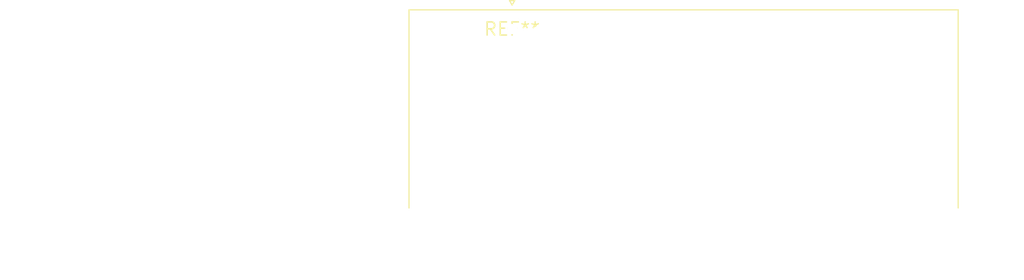
<source format=kicad_pcb>
(kicad_pcb (version 20240108) (generator pcbnew)
  (layers (0 "F.Cu" signal) (31 "B.Cu" signal) (34 "B.Paste" user) (35 "F.Paste" user) (36 "B.SilkS" user "B.Silkscreen") (37 "F.SilkS" user "F.Silkscreen") (38 "B.Mask" user) (39 "F.Mask" user) (44 "Edge.Cuts" user))
  (net 0 "")
  (footprint "DSUB-25_Male_Horizontal_P2.77x2.84mm_EdgePinOffset14.56mm_Housed_MountingHolesOffset8.20mm" (layer "F.Cu") (at 0 0)
    (property "Reference" "REF**")
    (property "Value" "DSUB-25_Male_Horizontal_P2.77x2.84mm_EdgePinOffset14.56mm_Housed_MountingHolesOffset8.20mm")
    (fp_line (start -9.99 -1.86) (end 43.23 -1.86) (layer "F.SilkS") (stroke (width 0.12)))
    (fp_line (start -9.99 17.34) (end -9.99 -1.86) (layer "F.SilkS") (stroke (width 0.12)))
    (fp_line (start -0.25 -2.754338) (end 0.25 -2.754338) (layer "F.SilkS") (stroke (width 0.12)))
    (fp_line (start 0 -2.321325) (end -0.25 -2.754338) (layer "F.SilkS") (stroke (width 0.12)))
    (fp_line (start 0.25 -2.754338) (end 0 -2.321325) (layer "F.SilkS") (stroke (width 0.12)))
    (fp_line (start 43.23 -1.86) (end 43.23 17.34) (layer "F.SilkS") (stroke (width 0.12)))
    (pad "0" thru_hole circle (at -6.93 9.2) (size 4 4) (drill 3.2) (layers *.Cu *.Mask) (remove_unused_layers))
    (pad "0" thru_hole circle (at 40.17 9.2) (size 4 4) (drill 3.2) (layers *.Cu *.Mask) (remove_unused_layers))
    (pad "1" thru_hole rect (at 0 0) (size 1.6 1.6) (drill 1) (layers *.Cu *.Mask) (remove_unused_layers))
    (pad "2" thru_hole circle (at 2.77 0) (size 1.6 1.6) (drill 1) (layers *.Cu *.Mask) (remove_unused_layers))
    (pad "3" thru_hole circle (at 5.54 0) (size 1.6 1.6) (drill 1) (layers *.Cu *.Mask) (remove_unused_layers))
    (pad "4" thru_hole circle (at 8.31 0) (size 1.6 1.6) (drill 1) (layers *.Cu *.Mask) (remove_unused_layers))
    (pad "5" thru_hole circle (at 11.08 0) (size 1.6 1.6) (drill 1) (layers *.Cu *.Mask) (remove_unused_layers))
    (pad "6" thru_hole circle (at 13.85 0) (size 1.6 1.6) (drill 1) (layers *.Cu *.Mask) (remove_unused_layers))
    (pad "7" thru_hole circle (at 16.62 0) (size 1.6 1.6) (drill 1) (layers *.Cu *.Mask) (remove_unused_layers))
    (pad "8" thru_hole circle (at 19.39 0) (size 1.6 1.6) (drill 1) (layers *.Cu *.Mask) (remove_unused_layers))
    (pad "9" thru_hole circle (at 22.16 0) (size 1.6 1.6) (drill 1) (layers *.Cu *.Mask) (remove_unused_layers))
    (pad "10" thru_hole circle (at 24.93 0) (size 1.6 1.6) (drill 1) (layers *.Cu *.Mask) (remove_unused_layers))
    (pad "11" thru_hole circle (at 27.7 0) (size 1.6 1.6) (drill 1) (layers *.Cu *.Mask) (remove_unused_layers))
    (pad "12" thru_hole circle (at 30.47 0) (size 1.6 1.6) (drill 1) (layers *.Cu *.Mask) (remove_unused_layers))
    (pad "13" thru_hole circle (at 33.24 0) (size 1.6 1.6) (drill 1) (layers *.Cu *.Mask) (remove_unused_layers))
    (pad "14" thru_hole circle (at 1.385 2.84) (size 1.6 1.6) (drill 1) (layers *.Cu *.Mask) (remove_unused_layers))
    (pad "15" thru_hole circle (at 4.155 2.84) (size 1.6 1.6) (drill 1) (layers *.Cu *.Mask) (remove_unused_layers))
    (pad "16" thru_hole circle (at 6.925 2.84) (size 1.6 1.6) (drill 1) (layers *.Cu *.Mask) (remove_unused_layers))
    (pad "17" thru_hole circle (at 9.695 2.84) (size 1.6 1.6) (drill 1) (layers *.Cu *.Mask) (remove_unused_layers))
    (pad "18" thru_hole circle (at 12.465 2.84) (size 1.6 1.6) (drill 1) (layers *.Cu *.Mask) (remove_unused_layers))
    (pad "19" thru_hole circle (at 15.235 2.84) (size 1.6 1.6) (drill 1) (layers *.Cu *.Mask) (remove_unused_layers))
    (pad "20" thru_hole circle (at 18.005 2.84) (size 1.6 1.6) (drill 1) (layers *.Cu *.Mask) (remove_unused_layers))
    (pad "21" thru_hole circle (at 20.775 2.84) (size 1.6 1.6) (drill 1) (layers *.Cu *.Mask) (remove_unused_layers))
    (pad "22" thru_hole circle (at 23.545 2.84) (size 1.6 1.6) (drill 1) (layers *.Cu *.Mask) (remove_unused_layers))
    (pad "23" thru_hole circle (at 26.315 2.84) (size 1.6 1.6) (drill 1) (layers *.Cu *.Mask) (remove_unused_layers))
    (pad "24" thru_hole circle (at 29.085 2.84) (size 1.6 1.6) (drill 1) (layers *.Cu *.Mask) (remove_unused_layers))
    (pad "25" thru_hole circle (at 31.855 2.84) (size 1.6 1.6) (drill 1) (layers *.Cu *.Mask) (remove_unused_layers))
  )
)
</source>
